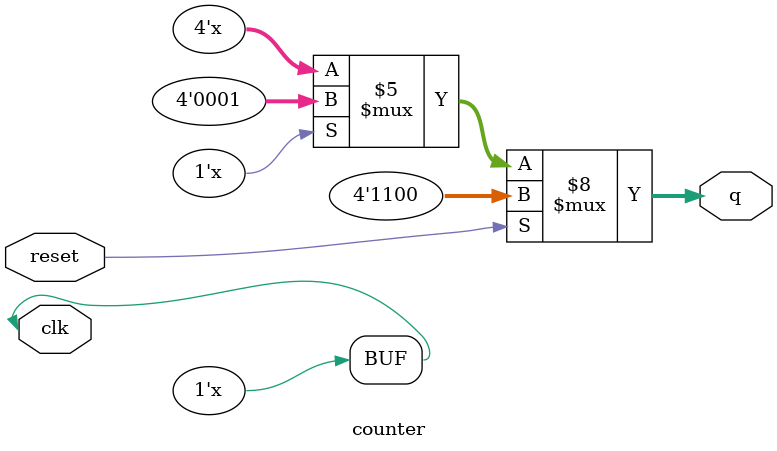
<source format=v>
module counter( 
    input clk,
    input reset,
    output reg [3:0] q
); 
// update q on the positive edge of the clock according to the following cases:
// on reset, assign q to 1
// else if q is 12, assign q to 1
// else, increment q by 1 
initial begin
    q <= 1;
    clk <= clk;
    if (reset) begin
        q <= 12;
    end else if (q == 12) begin
        q <= 1;
    end else begin
        q <= q + 1;
end
end
endmodule

</source>
